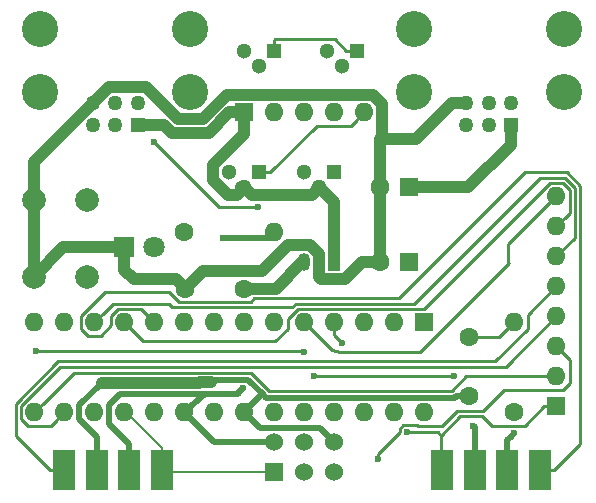
<source format=gbl>
G04 #@! TF.GenerationSoftware,KiCad,Pcbnew,5.1.5+dfsg1-2build2*
G04 #@! TF.CreationDate,2020-11-12T23:36:01+01:00*
G04 #@! TF.ProjectId,nunchuk64-tht,6e756e63-6875-46b3-9634-2d7468742e6b,rev?*
G04 #@! TF.SameCoordinates,Original*
G04 #@! TF.FileFunction,Copper,L2,Bot*
G04 #@! TF.FilePolarity,Positive*
%FSLAX46Y46*%
G04 Gerber Fmt 4.6, Leading zero omitted, Abs format (unit mm)*
G04 Created by KiCad (PCBNEW 5.1.5+dfsg1-2build2) date 2020-11-12 23:36:01*
%MOMM*%
%LPD*%
G04 APERTURE LIST*
%ADD10R,1.524000X1.524000*%
%ADD11C,1.524000*%
%ADD12O,1.600000X1.600000*%
%ADD13R,1.600000X1.600000*%
%ADD14R,1.800000X1.800000*%
%ADD15C,1.800000*%
%ADD16C,1.600000*%
%ADD17R,1.050000X1.500000*%
%ADD18O,1.050000X1.500000*%
%ADD19R,1.300000X1.300000*%
%ADD20C,1.300000*%
%ADD21R,1.270000X1.270000*%
%ADD22C,1.270000*%
%ADD23C,3.048000*%
%ADD24R,1.846667X3.480000*%
%ADD25C,2.000000*%
%ADD26C,0.600000*%
%ADD27C,0.250000*%
%ADD28C,0.508000*%
%ADD29C,1.000000*%
%ADD30C,0.152400*%
G04 APERTURE END LIST*
D10*
X99060000Y-111760000D03*
D11*
X99060000Y-109220000D03*
X101600000Y-111760000D03*
X101600000Y-109220000D03*
X104140000Y-111760000D03*
X104140000Y-109220000D03*
D12*
X122936000Y-88392000D03*
X122936000Y-90932000D03*
X122936000Y-93472000D03*
X122936000Y-96012000D03*
X122936000Y-98552000D03*
X122936000Y-101092000D03*
X122936000Y-103632000D03*
D13*
X122936000Y-106172000D03*
D14*
X86360000Y-92710000D03*
D15*
X88900000Y-92710000D03*
D12*
X106680000Y-81280000D03*
X104140000Y-81280000D03*
X101600000Y-81280000D03*
X99060000Y-81280000D03*
D13*
X96520000Y-81280000D03*
D16*
X107990000Y-87630000D03*
D13*
X110490000Y-87630000D03*
D16*
X107990000Y-93980000D03*
D13*
X110490000Y-93980000D03*
D17*
X104140000Y-93980000D03*
D18*
X101600000Y-93980000D03*
X102870000Y-93980000D03*
D19*
X104140000Y-86360000D03*
D20*
X101600000Y-86360000D03*
X102870000Y-87630000D03*
D19*
X97790000Y-86360000D03*
D20*
X95250000Y-86360000D03*
X96520000Y-87630000D03*
D19*
X106045000Y-76073000D03*
D20*
X103505000Y-76073000D03*
X104775000Y-77343000D03*
D19*
X99060000Y-76073000D03*
D20*
X96520000Y-76073000D03*
X97790000Y-77343000D03*
D12*
X119380000Y-99060000D03*
D16*
X119380000Y-106680000D03*
X91440000Y-91440000D03*
D12*
X99060000Y-91440000D03*
D16*
X115570000Y-105330000D03*
X115570000Y-100330000D03*
X91520000Y-96202500D03*
X96520000Y-96202500D03*
D12*
X111760000Y-106680000D03*
X78740000Y-99060000D03*
X109220000Y-106680000D03*
X81280000Y-99060000D03*
X106680000Y-106680000D03*
X83820000Y-99060000D03*
X104140000Y-106680000D03*
X86360000Y-99060000D03*
X101600000Y-106680000D03*
X88900000Y-99060000D03*
X99060000Y-106680000D03*
X91440000Y-99060000D03*
X96520000Y-106680000D03*
X93980000Y-99060000D03*
X93980000Y-106680000D03*
X96520000Y-99060000D03*
X91440000Y-106680000D03*
X99060000Y-99060000D03*
X88900000Y-106680000D03*
X101600000Y-99060000D03*
X86360000Y-106680000D03*
X104140000Y-99060000D03*
X83820000Y-106680000D03*
X106680000Y-99060000D03*
X81280000Y-106680000D03*
X109220000Y-99060000D03*
X78740000Y-106680000D03*
D13*
X111760000Y-99060000D03*
D21*
X119105000Y-82388000D03*
D22*
X119105000Y-80483000D03*
X117200000Y-82388000D03*
X117200000Y-80483000D03*
X115295000Y-82388000D03*
X115295000Y-80483000D03*
D23*
X123550000Y-79594000D03*
X110850000Y-74260000D03*
X123550000Y-74260000D03*
X110850000Y-79594000D03*
D24*
X89555000Y-111600000D03*
X86785000Y-111600000D03*
X84015000Y-111600000D03*
X81245000Y-111600000D03*
X121555000Y-111600000D03*
X118785000Y-111600000D03*
X116015000Y-111600000D03*
X113245000Y-111600000D03*
D21*
X87505000Y-82388000D03*
D22*
X87505000Y-80483000D03*
X85600000Y-82388000D03*
X85600000Y-80483000D03*
X83695000Y-82388000D03*
X83695000Y-80483000D03*
D23*
X91950000Y-79594000D03*
X79250000Y-74260000D03*
X91950000Y-74260000D03*
X79250000Y-79594000D03*
D25*
X83200000Y-95200000D03*
X78700000Y-95200000D03*
X83200000Y-88700000D03*
X78700000Y-88700000D03*
D26*
X107823000Y-110617000D03*
X96401056Y-104657511D03*
X119380000Y-108430011D03*
X93726000Y-104203500D03*
X115887500Y-107813010D03*
X104791085Y-100800062D03*
X110289060Y-108374968D03*
X78867000Y-101473000D03*
X101600000Y-101600000D03*
X88900000Y-83820000D03*
X97716187Y-89280009D03*
X102388632Y-103579989D03*
X114239051Y-103579989D03*
X94678500Y-91884500D03*
D27*
X107823000Y-110192736D02*
X107823000Y-110617000D01*
X109664059Y-108351677D02*
X107823000Y-110192736D01*
X122936000Y-101092000D02*
X124061001Y-102217001D01*
X124061001Y-102217001D02*
X124061001Y-104172001D01*
X116708900Y-106547490D02*
X114558100Y-106547490D01*
X116714410Y-106553000D02*
X116708900Y-106547490D01*
X113300589Y-107805001D02*
X111219999Y-107805001D01*
X124061001Y-104172001D02*
X123476001Y-104757001D01*
X118510409Y-104757001D02*
X116714410Y-106553000D01*
X123476001Y-104757001D02*
X118510409Y-104757001D01*
X109664059Y-108074967D02*
X109664059Y-108351677D01*
X114558100Y-106547490D02*
X113300589Y-107805001D01*
X111219999Y-107805001D02*
X111164965Y-107749967D01*
X111164965Y-107749967D02*
X109989059Y-107749967D01*
X109989059Y-107749967D02*
X109664059Y-108074967D01*
X122728333Y-111600000D02*
X121555000Y-111600000D01*
X124968000Y-109360333D02*
X122728333Y-111600000D01*
X123848794Y-86366979D02*
X124968000Y-87486177D01*
X120288023Y-86366979D02*
X123848794Y-86366979D01*
X109627002Y-97028000D02*
X120288023Y-86366979D01*
X97359502Y-97028000D02*
X109627002Y-97028000D01*
X84694998Y-96520000D02*
X90172498Y-96520000D01*
X124968000Y-87486177D02*
X124968000Y-109360333D01*
X87774999Y-97934999D02*
X85819999Y-97934999D01*
X85819999Y-97934999D02*
X85234999Y-98519999D01*
X85234999Y-98519999D02*
X85234999Y-99310003D01*
X85234999Y-99310003D02*
X84360001Y-100185001D01*
X90172498Y-96520000D02*
X90979999Y-97327501D01*
X90979999Y-97327501D02*
X97060001Y-97327501D01*
X84360001Y-100185001D02*
X83279999Y-100185001D01*
X82694999Y-99600001D02*
X82694999Y-98519999D01*
X83279999Y-100185001D02*
X82694999Y-99600001D01*
X88900000Y-99060000D02*
X87774999Y-97934999D01*
X82694999Y-98519999D02*
X84694998Y-96520000D01*
X97060001Y-97327501D02*
X97359502Y-97028000D01*
D28*
X91440000Y-106680000D02*
X93154500Y-105092500D01*
X95966067Y-105092500D02*
X96101057Y-104957510D01*
X96101057Y-104957510D02*
X96401056Y-104657511D01*
X93154500Y-105092500D02*
X95966067Y-105092500D01*
X119080001Y-108730010D02*
X119380000Y-108430011D01*
X118785000Y-111600000D02*
X118785000Y-109025011D01*
X118785000Y-109025011D02*
X119080001Y-108730010D01*
X93980000Y-109220000D02*
X91440000Y-106680000D01*
X99060000Y-109220000D02*
X93980000Y-109220000D01*
X86785000Y-109352000D02*
X85105999Y-107672999D01*
X86785000Y-111600000D02*
X86785000Y-109352000D01*
X85105999Y-107672999D02*
X85105999Y-106078079D01*
X85105999Y-106078079D02*
X86026567Y-105157511D01*
X86026567Y-105157511D02*
X93089489Y-105157511D01*
X93089489Y-105157511D02*
X93154500Y-105092500D01*
D29*
X96520000Y-96202500D02*
X99226760Y-96202500D01*
X99226760Y-96202500D02*
X101449260Y-93980000D01*
D28*
X96520000Y-96520000D02*
X96591011Y-96448989D01*
D29*
X101449260Y-93980000D02*
X101600000Y-93980000D01*
D28*
X97870000Y-105330000D02*
X96520000Y-106680000D01*
X97319999Y-107479999D02*
X96520000Y-106680000D01*
X97843999Y-108003999D02*
X97319999Y-107479999D01*
X102923999Y-108003999D02*
X97843999Y-108003999D01*
X104140000Y-109220000D02*
X102923999Y-108003999D01*
X84440578Y-104203500D02*
X93726000Y-104203500D01*
X82565999Y-106078079D02*
X84440578Y-104203500D01*
X82565999Y-107281921D02*
X82565999Y-106078079D01*
X84015000Y-108730922D02*
X82565999Y-107281921D01*
X84015000Y-111600000D02*
X84015000Y-108730922D01*
X94025999Y-103903501D02*
X96855001Y-103903501D01*
X93726000Y-104203500D02*
X94025999Y-103903501D01*
X96855001Y-103903501D02*
X98107500Y-105156000D01*
X98107500Y-105156000D02*
X97870000Y-105330000D01*
D29*
X92759337Y-104138490D02*
X93726000Y-104138490D01*
X92694327Y-104203500D02*
X92759337Y-104138490D01*
X84440578Y-104203500D02*
X92694327Y-104203500D01*
X81190000Y-92710000D02*
X78700000Y-95200000D01*
X86360000Y-92710000D02*
X81190000Y-92710000D01*
X78700000Y-95200000D02*
X78700000Y-88700000D01*
X78700000Y-85478000D02*
X83695000Y-80483000D01*
X78700000Y-88700000D02*
X78700000Y-85478000D01*
X107990000Y-87630000D02*
X107990000Y-83526000D01*
X107990000Y-87630000D02*
X107990000Y-93980000D01*
X92319999Y-95402501D02*
X91520000Y-96202500D01*
X93020001Y-94702499D02*
X92319999Y-95402501D01*
X98017503Y-94702499D02*
X93020001Y-94702499D01*
X100190012Y-92529990D02*
X98017503Y-94702499D01*
X102107415Y-92529990D02*
X100190012Y-92529990D01*
X102870000Y-93292575D02*
X102107415Y-92529990D01*
X102870000Y-93980000D02*
X102870000Y-93292575D01*
X93017522Y-81818001D02*
X95055524Y-79779999D01*
X90882479Y-81818001D02*
X93017522Y-81818001D01*
X83695000Y-80483000D02*
X85030001Y-79147999D01*
X88212477Y-79147999D02*
X90882479Y-81818001D01*
X85030001Y-79147999D02*
X88212477Y-79147999D01*
X95055524Y-79779999D02*
X107400001Y-79779999D01*
X115295000Y-80483000D02*
X114081000Y-80483000D01*
X111038000Y-83526000D02*
X107990000Y-83526000D01*
X114081000Y-80483000D02*
X111038000Y-83526000D01*
X107990000Y-83526000D02*
X108204000Y-83312000D01*
X108180001Y-80559999D02*
X107400001Y-79779999D01*
X108180001Y-83335999D02*
X108180001Y-80559999D01*
X107990000Y-83526000D02*
X108180001Y-83335999D01*
D28*
X116015000Y-111600000D02*
X116015000Y-107940510D01*
X116015000Y-107940510D02*
X115887500Y-107813010D01*
X114342631Y-105425999D02*
X98377499Y-105425999D01*
X115570000Y-105330000D02*
X114438630Y-105330000D01*
X114438630Y-105330000D02*
X114342631Y-105425999D01*
X98377499Y-105425999D02*
X98107500Y-105156000D01*
D29*
X103054999Y-95430001D02*
X102870000Y-95245002D01*
X107990000Y-93980000D02*
X106529259Y-93980000D01*
X106529259Y-93980000D02*
X105079258Y-95430001D01*
X102870000Y-95245002D02*
X102870000Y-93980000D01*
X105079258Y-95430001D02*
X103054999Y-95430001D01*
X86360000Y-94610000D02*
X86360000Y-92710000D01*
X90720001Y-95402501D02*
X87152501Y-95402501D01*
X91520000Y-96202500D02*
X90720001Y-95402501D01*
X87152501Y-95402501D02*
X86360000Y-94610000D01*
D27*
X104140000Y-99060000D02*
X104140000Y-100148977D01*
X104140000Y-100148977D02*
X104791085Y-100800062D01*
X113157000Y-108648500D02*
X113245000Y-111600000D01*
X112883468Y-108374968D02*
X110713324Y-108374968D01*
X113157000Y-108648500D02*
X112883468Y-108374968D01*
X110713324Y-108374968D02*
X110289060Y-108374968D01*
X120252999Y-107805001D02*
X117457001Y-107805001D01*
X121886000Y-106172000D02*
X120252999Y-107805001D01*
X122936000Y-106172000D02*
X121886000Y-106172000D01*
X116655009Y-107003009D02*
X116528009Y-107003009D01*
X117457001Y-107805001D02*
X116655009Y-107003009D01*
X116528009Y-107003009D02*
X116522500Y-106997500D01*
X114808000Y-106997500D02*
X113157000Y-108648500D01*
X116522500Y-106997500D02*
X114808000Y-106997500D01*
X103965063Y-101425063D02*
X102399999Y-99859999D01*
X102399999Y-99859999D02*
X101600000Y-99060000D01*
X87693500Y-101473000D02*
X101473000Y-101473000D01*
X101473000Y-101473000D02*
X101600000Y-101600000D01*
X78867000Y-101473000D02*
X87693500Y-101473000D01*
X111405002Y-101600000D02*
X104648000Y-101600000D01*
X104648000Y-101600000D02*
X103965063Y-101425063D01*
X122936000Y-88392000D02*
X118872000Y-92456000D01*
X118872000Y-93980000D02*
X118948501Y-94056501D01*
X118872000Y-92456000D02*
X118872000Y-93980000D01*
X118948501Y-94056501D02*
X111405002Y-101600000D01*
D30*
X89715000Y-111760000D02*
X89555000Y-111600000D01*
X99060000Y-111760000D02*
X89715000Y-111760000D01*
X86527400Y-106680000D02*
X86360000Y-106680000D01*
X89555000Y-109707600D02*
X86527400Y-106680000D01*
X89555000Y-111600000D02*
X89555000Y-109707600D01*
D27*
X122936000Y-96012000D02*
X120505001Y-98442999D01*
X120505001Y-99600001D02*
X117731981Y-102373021D01*
X120505001Y-98442999D02*
X120505001Y-99600001D01*
X117731981Y-102373021D02*
X80745567Y-102373021D01*
X80745567Y-102373021D02*
X77164990Y-105953598D01*
X80071667Y-111600000D02*
X81245000Y-111600000D01*
X77164990Y-105953598D02*
X77164990Y-108693323D01*
X77164990Y-108693323D02*
X80071667Y-111600000D01*
D29*
X112290000Y-87630000D02*
X110490000Y-87630000D01*
X119105000Y-84023000D02*
X115498000Y-87630000D01*
X115498000Y-87630000D02*
X112290000Y-87630000D01*
X119105000Y-82388000D02*
X119105000Y-84023000D01*
X104140000Y-88900000D02*
X104140000Y-93980000D01*
X102870000Y-87630000D02*
X104140000Y-88900000D01*
X102220001Y-88279999D02*
X97169999Y-88279999D01*
X102870000Y-87630000D02*
X102220001Y-88279999D01*
X97169999Y-88279999D02*
X96520000Y-87630000D01*
X96520000Y-87630000D02*
X96266000Y-87630000D01*
X96520000Y-83080000D02*
X96520000Y-81280000D01*
X93899999Y-85700001D02*
X96520000Y-83080000D01*
X93899999Y-87008001D02*
X93899999Y-85700001D01*
X95171997Y-88279999D02*
X93899999Y-87008001D01*
X95870001Y-88279999D02*
X95171997Y-88279999D01*
X96520000Y-87630000D02*
X95870001Y-88279999D01*
X89140000Y-82388000D02*
X87505000Y-82388000D01*
X90385419Y-83018012D02*
X89755407Y-82388000D01*
X95252593Y-81280000D02*
X93514581Y-83018012D01*
X96520000Y-81280000D02*
X95252593Y-81280000D01*
X93514581Y-83018012D02*
X90385419Y-83018012D01*
X89755407Y-82388000D02*
X89140000Y-82388000D01*
D27*
X105880001Y-82079999D02*
X106680000Y-81280000D01*
X105554999Y-82405001D02*
X105880001Y-82079999D01*
X102644999Y-82405001D02*
X105554999Y-82405001D01*
X98690000Y-86360000D02*
X102644999Y-82405001D01*
X97790000Y-86360000D02*
X98690000Y-86360000D01*
X88900000Y-83820000D02*
X94360009Y-89280009D01*
X94360009Y-89280009D02*
X97716187Y-89280009D01*
X78199999Y-107805001D02*
X80154999Y-107805001D01*
X80154999Y-107805001D02*
X80480001Y-107479999D01*
X80480001Y-107479999D02*
X81280000Y-106680000D01*
X77614999Y-106139999D02*
X77614999Y-107220001D01*
X77614999Y-107220001D02*
X78199999Y-107805001D01*
X118664968Y-102823032D02*
X80931966Y-102823032D01*
X122936000Y-98552000D02*
X118664968Y-102823032D01*
X80931966Y-102823032D02*
X77614999Y-106139999D01*
X79539999Y-105880001D02*
X78740000Y-106680000D01*
X82106522Y-103313478D02*
X79539999Y-105880001D01*
X97083820Y-103313478D02*
X82106522Y-103313478D01*
X98617330Y-104846988D02*
X97083820Y-103313478D01*
X114101011Y-104846988D02*
X98617330Y-104846988D01*
X115316000Y-103632000D02*
X114101011Y-104846988D01*
X122936000Y-103632000D02*
X115316000Y-103632000D01*
X100581076Y-97777512D02*
X90421446Y-97777512D01*
X100873599Y-97484988D02*
X100581076Y-97777512D01*
X123662403Y-86816990D02*
X121591420Y-86816990D01*
X124511012Y-91896988D02*
X124511012Y-87665599D01*
X122936000Y-93472000D02*
X124511012Y-91896988D01*
X110923422Y-97484988D02*
X100873599Y-97484988D01*
X84619999Y-98260001D02*
X83820000Y-99060000D01*
X124511012Y-87665599D02*
X123662403Y-86816990D01*
X90421446Y-97777512D02*
X90128922Y-97484988D01*
X90128922Y-97484988D02*
X85395012Y-97484988D01*
X85395012Y-97484988D02*
X84619999Y-98260001D01*
X121591420Y-86816990D02*
X110923422Y-97484988D01*
X86360000Y-99060000D02*
X87935012Y-100635012D01*
X100185001Y-98809997D02*
X101059999Y-97934999D01*
X123735999Y-90132001D02*
X122936000Y-90932000D01*
X124061001Y-87851999D02*
X124061001Y-89806999D01*
X124061001Y-89806999D02*
X123735999Y-90132001D01*
X111727999Y-97934999D02*
X122395999Y-87266999D01*
X123476001Y-87266999D02*
X124061001Y-87851999D01*
X122395999Y-87266999D02*
X123476001Y-87266999D01*
X101059999Y-97934999D02*
X111727999Y-97934999D01*
X87935012Y-100635012D02*
X99149990Y-100635012D01*
X99149990Y-100635012D02*
X100185001Y-99600001D01*
X100185001Y-99600001D02*
X100185001Y-98809997D01*
X114239051Y-103579989D02*
X102388632Y-103579989D01*
X118110000Y-100330000D02*
X119380000Y-99060000D01*
X115570000Y-100330000D02*
X118110000Y-100330000D01*
X99060000Y-75173000D02*
X99060000Y-76073000D01*
X99135001Y-75097999D02*
X99060000Y-75173000D01*
X104169999Y-75097999D02*
X99135001Y-75097999D01*
X105145000Y-76073000D02*
X104169999Y-75097999D01*
X106045000Y-76073000D02*
X105145000Y-76073000D01*
D28*
X98615500Y-91884500D02*
X99060000Y-91440000D01*
X94678500Y-91884500D02*
X98615500Y-91884500D01*
M02*

</source>
